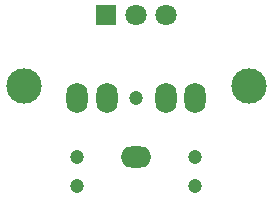
<source format=gtl>
G04*
G04 #@! TF.GenerationSoftware,Altium Limited,Altium Designer,23.2.1 (34)*
G04*
G04 Layer_Physical_Order=1*
G04 Layer_Color=255*
%FSLAX25Y25*%
%MOIN*%
G70*
G04*
G04 #@! TF.SameCoordinates,276D0592-8338-4153-8C3D-7B1FABEF18E7*
G04*
G04*
G04 #@! TF.FilePolarity,Positive*
G04*
G01*
G75*
%ADD19C,0.11811*%
%ADD20R,0.07087X0.07087*%
%ADD21C,0.07087*%
%ADD22O,0.07087X0.10236*%
%ADD23O,0.10236X0.07087*%
%ADD24C,0.04724*%
D19*
X393701Y248031D02*
D03*
X318898D02*
D03*
D20*
X346299Y271654D02*
D03*
D21*
X356299D02*
D03*
X366299D02*
D03*
D22*
X375984Y244094D02*
D03*
X336614D02*
D03*
X346457D02*
D03*
X366142D02*
D03*
D23*
X356299Y224410D02*
D03*
D24*
Y244094D02*
D03*
X336614Y224410D02*
D03*
Y214567D02*
D03*
X375984Y224410D02*
D03*
Y214567D02*
D03*
M02*

</source>
